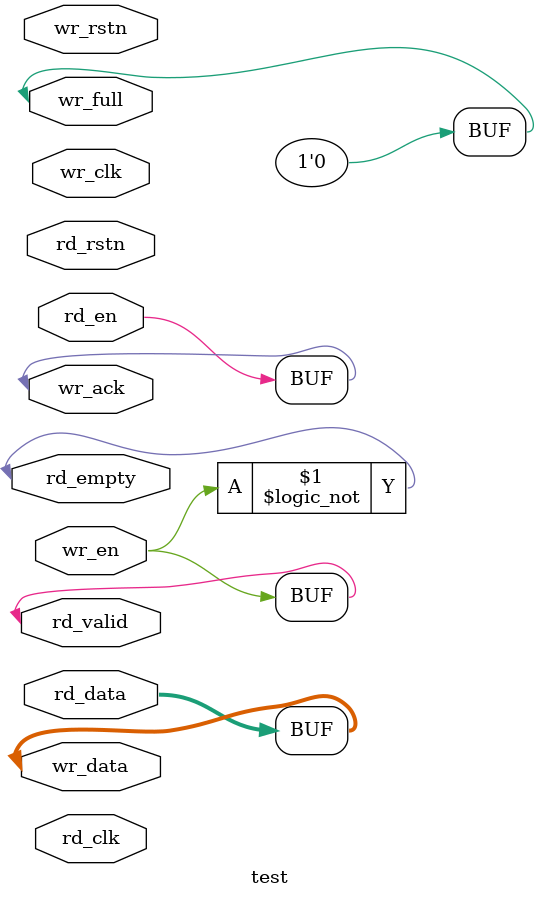
<source format=v>

`timescale 1ns/100ps

/*
 * Module: test
 *
 * Test bench loop for xilinx fifo
 *
 * Parameters:
 *
 *    FIFO_DEPTH    - Depth of the fifo, must be a power of two number(divisable aka 256 = 2^8). Any non-power of two will be rounded up to the next closest.
 *    BYTE_WIDTH    - How many bytes wide the data in/out will be.
 *    FWFT          - 1 for first word fall through mode. 0 for normal.
 *
 * Ports:
 *
 *    rd_clk            - Clock for read data
 *    rd_rstn           - Negative edge reset for read.
 *    rd_en             - Active high enable of read interface.
 *    rd_valid          - Active high output that the data is valid.
 *    rd_data           - Output data
 *    rd_empty          - Active high output when read is empty.
 *    wr_clk            - Clock for write data
 *    wr_rstn           - Negative edge reset for write
 *    wr_en             - Active high enable of write interface.
 *    wr_ack            - Active high when enabled, that data write has been done.
 *    wr_data           - Input data
 *    wr_full           - Active high output that the FIFO is full.
 */
module test #(
    parameter FIFO_DEPTH = 8,
    parameter BYTE_WIDTH = 4,
    parameter FWFT = 1
  )
  (
    input                         rd_clk,
    input                         rd_rstn,
    inout                         rd_en,
    inout                         rd_valid,
    inout   [(BYTE_WIDTH*8)-1:0]  rd_data,
    inout                         rd_empty,
    input                         wr_clk,
    input                         wr_rstn,
    inout                         wr_en,
    inout                         wr_ack,
    inout   [(BYTE_WIDTH*8)-1:0]  wr_data,
    inout                         wr_full
  );

  assign rd_data = wr_data;

  assign rd_valid = wr_en;

  assign wr_full = 1'b0;

  assign rd_empty = !wr_en;

  assign wr_ack = rd_en;

  //copy pasta, fst generation
  initial
  begin
    $dumpfile("test.fst");
    $dumpvars(0,test);
  end

endmodule

</source>
